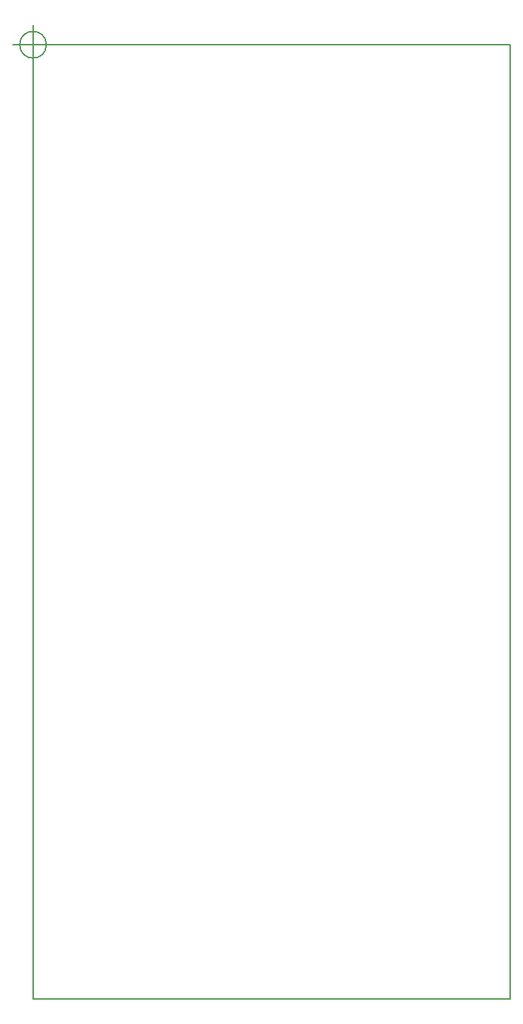
<source format=gbr>
G04 #@! TF.GenerationSoftware,KiCad,Pcbnew,5.1.5+dfsg1-2build2*
G04 #@! TF.CreationDate,2020-11-02T19:27:40+01:00*
G04 #@! TF.ProjectId,servo,73657276-6f2e-46b6-9963-61645f706362,rev?*
G04 #@! TF.SameCoordinates,PX18f3350PY1649140*
G04 #@! TF.FileFunction,Profile,NP*
%FSLAX46Y46*%
G04 Gerber Fmt 4.6, Leading zero omitted, Abs format (unit mm)*
G04 Created by KiCad (PCBNEW 5.1.5+dfsg1-2build2) date 2020-11-02 19:27:40*
%MOMM*%
%LPD*%
G04 APERTURE LIST*
%ADD10C,0.150000*%
G04 APERTURE END LIST*
D10*
X1666666Y0D02*
G75*
G03X1666666Y0I-1666666J0D01*
G01*
X-2500000Y0D02*
X2500000Y0D01*
X0Y2500000D02*
X0Y-2500000D01*
X59690000Y0D02*
X59690000Y-119380000D01*
X0Y0D02*
X59690000Y0D01*
X0Y-119380000D02*
X0Y0D01*
X59690000Y-119380000D02*
X0Y-119380000D01*
M02*

</source>
